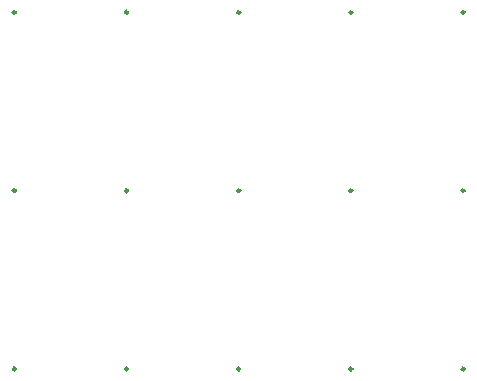
<source format=gto>
G04 This is an RS-274x file exported by *
G04 gerbv version 2.6A *
G04 More information is available about gerbv at *
G04 http://gerbv.geda-project.org/ *
G04 --End of header info--*
%MOIN*%
%FSLAX34Y34*%
%IPPOS*%
G04 --Define apertures--*
%ADD10C,0.0079*%
%ADD11C,0.0098*%
%ADD12C,0.0050*%
G04 --Start main section--*
G54D11*
G01X0001047Y0003606D02*
G75*
G03X0001047Y0003606I-000049J0000000D01*
G01X0004788Y0003606D02*
G75*
G03X0004788Y0003606I-000049J0000000D01*
G01X0008528Y0003606D02*
G75*
G03X0008528Y0003606I-000049J0000000D01*
G01X0012268Y0003606D02*
G75*
G03X0012268Y0003606I-000049J0000000D01*
G01X0016008Y0003606D02*
G75*
G03X0016008Y0003606I-000049J0000000D01*
G01X0001047Y0009551D02*
G75*
G03X0001047Y0009551I-000049J0000000D01*
G01X0004788Y0009551D02*
G75*
G03X0004788Y0009551I-000049J0000000D01*
G01X0008528Y0009551D02*
G75*
G03X0008528Y0009551I-000049J0000000D01*
G01X0012268Y0009551D02*
G75*
G03X0012268Y0009551I-000049J0000000D01*
G01X0016008Y0009551D02*
G75*
G03X0016008Y0009551I-000049J0000000D01*
G01X0001047Y0015496D02*
G75*
G03X0001047Y0015496I-000049J0000000D01*
G01X0004788Y0015496D02*
G75*
G03X0004788Y0015496I-000049J0000000D01*
G01X0008528Y0015496D02*
G75*
G03X0008528Y0015496I-000049J0000000D01*
G01X0012268Y0015496D02*
G75*
G03X0012268Y0015496I-000049J0000000D01*
G01X0016008Y0015496D02*
G75*
G03X0016008Y0015496I-000049J0000000D01*
M02*

</source>
